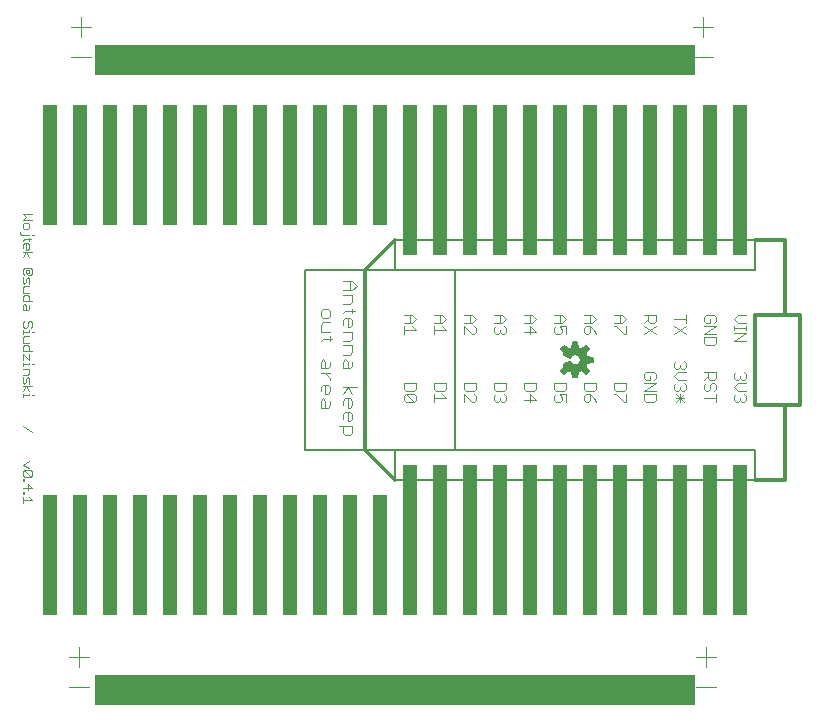
<source format=gto>
G75*
%MOIN*%
%OFA0B0*%
%FSLAX25Y25*%
%IPPOS*%
%LPD*%
%AMOC8*
5,1,8,0,0,1.08239X$1,22.5*
%
%ADD10R,2.00000X0.10000*%
%ADD11C,0.00000*%
%ADD12R,0.05000X0.40000*%
%ADD13R,0.05000X0.50000*%
%ADD14C,0.00400*%
%ADD15C,0.00500*%
%ADD16C,0.01200*%
%ADD17C,0.00800*%
%ADD18C,0.00591*%
D10*
X0126167Y0011000D03*
X0126167Y0221000D03*
D11*
X0024235Y0012004D02*
X0017563Y0012004D01*
X0020899Y0018668D02*
X0020899Y0025340D01*
X0017563Y0022004D02*
X0024235Y0022004D01*
X0005269Y0074261D02*
X0002067Y0074261D01*
X0002067Y0073194D02*
X0002067Y0075329D01*
X0002067Y0076268D02*
X0002067Y0076802D01*
X0002600Y0076802D01*
X0002600Y0076268D01*
X0002067Y0076268D01*
X0002067Y0078147D02*
X0005269Y0078147D01*
X0003668Y0079749D01*
X0003668Y0077614D01*
X0004202Y0075329D02*
X0005269Y0074261D01*
X0002600Y0080688D02*
X0002067Y0080688D01*
X0002067Y0081222D01*
X0002600Y0081222D01*
X0002600Y0080688D01*
X0002600Y0082033D02*
X0002067Y0082567D01*
X0002067Y0083635D01*
X0002600Y0084169D01*
X0004736Y0082033D01*
X0002600Y0082033D01*
X0002600Y0084169D02*
X0004736Y0084169D01*
X0005269Y0083635D01*
X0005269Y0082567D01*
X0004736Y0082033D01*
X0004202Y0084980D02*
X0002067Y0086047D01*
X0004202Y0087115D01*
X0005269Y0096766D02*
X0002067Y0098901D01*
X0002067Y0108637D02*
X0002067Y0109705D01*
X0002067Y0109171D02*
X0004202Y0109171D01*
X0004202Y0109705D01*
X0004202Y0110559D02*
X0003134Y0112160D01*
X0002067Y0110559D01*
X0002067Y0112160D02*
X0005269Y0112160D01*
X0004202Y0112972D02*
X0004202Y0114573D01*
X0003668Y0115107D01*
X0003134Y0114573D01*
X0003134Y0113506D01*
X0002600Y0112972D01*
X0002067Y0113506D01*
X0002067Y0115107D01*
X0002067Y0115918D02*
X0003668Y0115918D01*
X0004202Y0116452D01*
X0004202Y0118053D01*
X0002067Y0118053D01*
X0002067Y0118950D02*
X0002067Y0120018D01*
X0002067Y0119484D02*
X0004202Y0119484D01*
X0004202Y0120018D01*
X0004202Y0120829D02*
X0002067Y0122964D01*
X0002067Y0120829D01*
X0004202Y0120829D02*
X0004202Y0122964D01*
X0004202Y0123776D02*
X0004202Y0125377D01*
X0003668Y0125911D01*
X0002600Y0125911D01*
X0002067Y0125377D01*
X0002067Y0123776D01*
X0005269Y0123776D01*
X0004202Y0126722D02*
X0002067Y0126722D01*
X0002067Y0128324D01*
X0002600Y0128857D01*
X0004202Y0128857D01*
X0004202Y0130288D02*
X0002067Y0130288D01*
X0002067Y0130822D02*
X0002067Y0129754D01*
X0002600Y0131633D02*
X0002067Y0132167D01*
X0002067Y0133234D01*
X0002600Y0133768D01*
X0003668Y0133234D02*
X0003668Y0132167D01*
X0003134Y0131633D01*
X0002600Y0131633D01*
X0004202Y0130822D02*
X0004202Y0130288D01*
X0005269Y0130288D02*
X0005803Y0130288D01*
X0004736Y0131633D02*
X0005269Y0132167D01*
X0005269Y0133234D01*
X0004736Y0133768D01*
X0004202Y0133768D01*
X0003668Y0133234D01*
X0003668Y0137526D02*
X0002067Y0137526D01*
X0002067Y0139127D01*
X0002600Y0139661D01*
X0003134Y0139127D01*
X0003134Y0137526D01*
X0003668Y0137526D02*
X0004202Y0138060D01*
X0004202Y0139127D01*
X0004202Y0140473D02*
X0004202Y0142074D01*
X0003668Y0142608D01*
X0002600Y0142608D01*
X0002067Y0142074D01*
X0002067Y0140473D01*
X0005269Y0140473D01*
X0004202Y0143419D02*
X0002067Y0143419D01*
X0002067Y0145021D01*
X0002600Y0145554D01*
X0004202Y0145554D01*
X0004202Y0146366D02*
X0004202Y0147967D01*
X0003668Y0148501D01*
X0003134Y0147967D01*
X0003134Y0146899D01*
X0002600Y0146366D01*
X0002067Y0146899D01*
X0002067Y0148501D01*
X0002600Y0149312D02*
X0002067Y0149846D01*
X0002067Y0150914D01*
X0002600Y0151447D01*
X0004736Y0151447D01*
X0005269Y0150914D01*
X0005269Y0149846D01*
X0004736Y0149312D01*
X0003668Y0149312D01*
X0003134Y0149846D01*
X0004202Y0149846D01*
X0004202Y0150914D01*
X0003134Y0150914D01*
X0003134Y0149846D01*
X0002067Y0155248D02*
X0003134Y0156849D01*
X0004202Y0155248D01*
X0005269Y0156849D02*
X0002067Y0156849D01*
X0003134Y0157661D02*
X0003134Y0159796D01*
X0002600Y0159796D02*
X0003668Y0159796D01*
X0004202Y0159262D01*
X0004202Y0158194D01*
X0003668Y0157661D01*
X0003134Y0157661D01*
X0002067Y0158194D02*
X0002067Y0159262D01*
X0002600Y0159796D01*
X0002067Y0160693D02*
X0002600Y0161226D01*
X0004736Y0161226D01*
X0004202Y0160693D02*
X0004202Y0161760D01*
X0004202Y0162657D02*
X0001533Y0162657D01*
X0000999Y0163191D01*
X0000999Y0163725D01*
X0002067Y0165070D02*
X0002600Y0164536D01*
X0003668Y0164536D01*
X0004202Y0165070D01*
X0004202Y0166137D01*
X0003668Y0166671D01*
X0002600Y0166671D01*
X0002067Y0166137D01*
X0002067Y0165070D01*
X0002067Y0167482D02*
X0005269Y0167482D01*
X0005269Y0169618D02*
X0002067Y0169618D01*
X0003134Y0168550D01*
X0002067Y0167482D01*
X0005269Y0162657D02*
X0005803Y0162657D01*
X0005803Y0119484D02*
X0005269Y0119484D01*
X0005269Y0109171D02*
X0005803Y0109171D01*
X0018063Y0222004D02*
X0024735Y0222004D01*
X0021399Y0228668D02*
X0021399Y0235340D01*
X0018063Y0232004D02*
X0024735Y0232004D01*
X0129167Y0136000D02*
X0131836Y0136000D01*
X0133170Y0134666D01*
X0131836Y0133331D01*
X0129167Y0133331D01*
X0129167Y0132317D02*
X0129167Y0129648D01*
X0129167Y0130982D02*
X0133170Y0130982D01*
X0131836Y0132317D01*
X0131168Y0133331D02*
X0131168Y0136000D01*
X0139167Y0136000D02*
X0141836Y0136000D01*
X0143170Y0134666D01*
X0141836Y0133331D01*
X0139167Y0133331D01*
X0139167Y0132317D02*
X0139167Y0129648D01*
X0139167Y0130982D02*
X0143170Y0130982D01*
X0141836Y0132317D01*
X0141168Y0133331D02*
X0141168Y0136000D01*
X0149167Y0136000D02*
X0151836Y0136000D01*
X0153170Y0134666D01*
X0151836Y0133331D01*
X0149167Y0133331D01*
X0149167Y0132317D02*
X0151836Y0129648D01*
X0152503Y0129648D01*
X0153170Y0130315D01*
X0153170Y0131650D01*
X0152503Y0132317D01*
X0151168Y0133331D02*
X0151168Y0136000D01*
X0149167Y0132317D02*
X0149167Y0129648D01*
X0159167Y0130315D02*
X0159167Y0131650D01*
X0159834Y0132317D01*
X0159167Y0133331D02*
X0161836Y0133331D01*
X0163170Y0134666D01*
X0161836Y0136000D01*
X0159167Y0136000D01*
X0161168Y0136000D02*
X0161168Y0133331D01*
X0162503Y0132317D02*
X0163170Y0131650D01*
X0163170Y0130315D01*
X0162503Y0129648D01*
X0161836Y0129648D01*
X0161168Y0130315D01*
X0160501Y0129648D01*
X0159834Y0129648D01*
X0159167Y0130315D01*
X0161168Y0130315D02*
X0161168Y0130982D01*
X0169167Y0130315D02*
X0173170Y0130315D01*
X0171168Y0132317D01*
X0171168Y0129648D01*
X0171168Y0133331D02*
X0171168Y0136000D01*
X0171836Y0136000D02*
X0173170Y0134666D01*
X0171836Y0133331D01*
X0169167Y0133331D01*
X0169167Y0136000D02*
X0171836Y0136000D01*
X0179167Y0136000D02*
X0181836Y0136000D01*
X0183170Y0134666D01*
X0181836Y0133331D01*
X0179167Y0133331D01*
X0179834Y0132317D02*
X0179167Y0131650D01*
X0179167Y0130315D01*
X0179834Y0129648D01*
X0181168Y0129648D01*
X0181836Y0130315D01*
X0181836Y0130982D01*
X0181168Y0132317D01*
X0183170Y0132317D01*
X0183170Y0129648D01*
X0181168Y0133331D02*
X0181168Y0136000D01*
X0189167Y0136000D02*
X0191836Y0136000D01*
X0193170Y0134666D01*
X0191836Y0133331D01*
X0189167Y0133331D01*
X0189834Y0132317D02*
X0189167Y0131650D01*
X0189167Y0130315D01*
X0189834Y0129648D01*
X0190501Y0129648D01*
X0191168Y0130315D01*
X0191168Y0132317D01*
X0189834Y0132317D01*
X0191168Y0132317D02*
X0192503Y0130982D01*
X0193170Y0129648D01*
X0191168Y0133331D02*
X0191168Y0136000D01*
X0199167Y0136000D02*
X0201836Y0136000D01*
X0203170Y0134666D01*
X0201836Y0133331D01*
X0199167Y0133331D01*
X0199167Y0132317D02*
X0199834Y0132317D01*
X0202503Y0129648D01*
X0203170Y0129648D01*
X0203170Y0132317D01*
X0201168Y0133331D02*
X0201168Y0136000D01*
X0209167Y0136000D02*
X0213170Y0136000D01*
X0213170Y0133998D01*
X0212503Y0133331D01*
X0211168Y0133331D01*
X0210501Y0133998D01*
X0210501Y0136000D01*
X0210501Y0134666D02*
X0209167Y0133331D01*
X0209167Y0132317D02*
X0213170Y0129648D01*
X0213170Y0132317D02*
X0209167Y0129648D01*
X0219167Y0129648D02*
X0223170Y0132317D01*
X0223170Y0133331D02*
X0223170Y0136000D01*
X0223170Y0134666D02*
X0219167Y0134666D01*
X0219167Y0132317D02*
X0223170Y0129648D01*
X0229167Y0129648D02*
X0233170Y0129648D01*
X0233170Y0128634D02*
X0233170Y0126632D01*
X0232503Y0125965D01*
X0229834Y0125965D01*
X0229167Y0126632D01*
X0229167Y0128634D01*
X0233170Y0128634D01*
X0233170Y0132317D02*
X0229167Y0132317D01*
X0229834Y0133331D02*
X0231168Y0133331D01*
X0231168Y0134666D01*
X0229834Y0136000D02*
X0229167Y0135333D01*
X0229167Y0133998D01*
X0229834Y0133331D01*
X0232503Y0133331D02*
X0233170Y0133998D01*
X0233170Y0135333D01*
X0232503Y0136000D01*
X0229834Y0136000D01*
X0233170Y0132317D02*
X0229167Y0129648D01*
X0239167Y0129861D02*
X0243170Y0129861D01*
X0239167Y0127192D01*
X0243170Y0127192D01*
X0243170Y0130982D02*
X0243170Y0132317D01*
X0243170Y0131650D02*
X0239167Y0131650D01*
X0239167Y0132317D02*
X0239167Y0130982D01*
X0240501Y0133331D02*
X0243170Y0133331D01*
X0240501Y0133331D02*
X0239167Y0134666D01*
X0240501Y0136000D01*
X0243170Y0136000D01*
X0242503Y0117049D02*
X0243170Y0116382D01*
X0243170Y0115048D01*
X0242503Y0114380D01*
X0241836Y0114380D01*
X0241168Y0115048D01*
X0240501Y0114380D01*
X0239834Y0114380D01*
X0239167Y0115048D01*
X0239167Y0116382D01*
X0239834Y0117049D01*
X0241168Y0115715D02*
X0241168Y0115048D01*
X0240501Y0113366D02*
X0239167Y0112032D01*
X0240501Y0110697D01*
X0243170Y0110697D01*
X0242503Y0109683D02*
X0243170Y0109016D01*
X0243170Y0107681D01*
X0242503Y0107014D01*
X0241836Y0107014D01*
X0241168Y0107681D01*
X0240501Y0107014D01*
X0239834Y0107014D01*
X0239167Y0107681D01*
X0239167Y0109016D01*
X0239834Y0109683D01*
X0241168Y0108349D02*
X0241168Y0107681D01*
X0240501Y0113366D02*
X0243170Y0113366D01*
X0233170Y0112699D02*
X0232503Y0113366D01*
X0231836Y0113366D01*
X0231168Y0112699D01*
X0231168Y0111365D01*
X0230501Y0110697D01*
X0229834Y0110697D01*
X0229167Y0111365D01*
X0229167Y0112699D01*
X0229834Y0113366D01*
X0229167Y0114380D02*
X0230501Y0115715D01*
X0230501Y0115048D02*
X0230501Y0117049D01*
X0229167Y0117049D02*
X0233170Y0117049D01*
X0233170Y0115048D01*
X0232503Y0114380D01*
X0231168Y0114380D01*
X0230501Y0115048D01*
X0233170Y0112699D02*
X0233170Y0111365D01*
X0232503Y0110697D01*
X0233170Y0109683D02*
X0233170Y0107014D01*
X0233170Y0108349D02*
X0229167Y0108349D01*
X0222503Y0108349D02*
X0219834Y0108349D01*
X0219834Y0109683D02*
X0222503Y0107014D01*
X0221168Y0107014D02*
X0221168Y0109683D01*
X0220501Y0110697D02*
X0221168Y0111365D01*
X0221168Y0112032D01*
X0221168Y0111365D02*
X0221836Y0110697D01*
X0222503Y0110697D01*
X0223170Y0111365D01*
X0223170Y0112699D01*
X0222503Y0113366D01*
X0223170Y0114380D02*
X0220501Y0114380D01*
X0219167Y0115715D01*
X0220501Y0117049D01*
X0223170Y0117049D01*
X0222503Y0118064D02*
X0221836Y0118064D01*
X0221168Y0118731D01*
X0220501Y0118064D01*
X0219834Y0118064D01*
X0219167Y0118731D01*
X0219167Y0120065D01*
X0219834Y0120733D01*
X0221168Y0119398D02*
X0221168Y0118731D01*
X0222503Y0118064D02*
X0223170Y0118731D01*
X0223170Y0120065D01*
X0222503Y0120733D01*
X0219834Y0113366D02*
X0219167Y0112699D01*
X0219167Y0111365D01*
X0219834Y0110697D01*
X0220501Y0110697D01*
X0222503Y0109683D02*
X0219834Y0107014D01*
X0213170Y0107681D02*
X0213170Y0109683D01*
X0209167Y0109683D01*
X0209167Y0107681D01*
X0209834Y0107014D01*
X0212503Y0107014D01*
X0213170Y0107681D01*
X0213170Y0110697D02*
X0209167Y0110697D01*
X0213170Y0113366D01*
X0209167Y0113366D01*
X0209834Y0114380D02*
X0211168Y0114380D01*
X0211168Y0115715D01*
X0209834Y0117049D02*
X0209167Y0116382D01*
X0209167Y0115048D01*
X0209834Y0114380D01*
X0212503Y0114380D02*
X0213170Y0115048D01*
X0213170Y0116382D01*
X0212503Y0117049D01*
X0209834Y0117049D01*
X0203170Y0113366D02*
X0203170Y0111365D01*
X0202503Y0110697D01*
X0199834Y0110697D01*
X0199167Y0111365D01*
X0199167Y0113366D01*
X0203170Y0113366D01*
X0203170Y0109683D02*
X0203170Y0107014D01*
X0202503Y0107014D01*
X0199834Y0109683D01*
X0199167Y0109683D01*
X0193170Y0111365D02*
X0192503Y0110697D01*
X0189834Y0110697D01*
X0189167Y0111365D01*
X0189167Y0113366D01*
X0193170Y0113366D01*
X0193170Y0111365D01*
X0191168Y0109683D02*
X0191168Y0107681D01*
X0190501Y0107014D01*
X0189834Y0107014D01*
X0189167Y0107681D01*
X0189167Y0109016D01*
X0189834Y0109683D01*
X0191168Y0109683D01*
X0192503Y0108349D01*
X0193170Y0107014D01*
X0183170Y0107014D02*
X0183170Y0109683D01*
X0181168Y0109683D01*
X0181836Y0108349D01*
X0181836Y0107681D01*
X0181168Y0107014D01*
X0179834Y0107014D01*
X0179167Y0107681D01*
X0179167Y0109016D01*
X0179834Y0109683D01*
X0179834Y0110697D02*
X0182503Y0110697D01*
X0183170Y0111365D01*
X0183170Y0113366D01*
X0179167Y0113366D01*
X0179167Y0111365D01*
X0179834Y0110697D01*
X0173170Y0111365D02*
X0172503Y0110697D01*
X0169834Y0110697D01*
X0169167Y0111365D01*
X0169167Y0113366D01*
X0173170Y0113366D01*
X0173170Y0111365D01*
X0171168Y0109683D02*
X0171168Y0107014D01*
X0169167Y0107681D02*
X0173170Y0107681D01*
X0171168Y0109683D01*
X0163170Y0109016D02*
X0163170Y0107681D01*
X0162503Y0107014D01*
X0161836Y0107014D01*
X0161168Y0107681D01*
X0160501Y0107014D01*
X0159834Y0107014D01*
X0159167Y0107681D01*
X0159167Y0109016D01*
X0159834Y0109683D01*
X0159834Y0110697D02*
X0162503Y0110697D01*
X0163170Y0111365D01*
X0163170Y0113366D01*
X0159167Y0113366D01*
X0159167Y0111365D01*
X0159834Y0110697D01*
X0161168Y0108349D02*
X0161168Y0107681D01*
X0162503Y0109683D02*
X0163170Y0109016D01*
X0153170Y0109016D02*
X0153170Y0107681D01*
X0152503Y0107014D01*
X0151836Y0107014D01*
X0149167Y0109683D01*
X0149167Y0107014D01*
X0149834Y0110697D02*
X0152503Y0110697D01*
X0153170Y0111365D01*
X0153170Y0113366D01*
X0149167Y0113366D01*
X0149167Y0111365D01*
X0149834Y0110697D01*
X0152503Y0109683D02*
X0153170Y0109016D01*
X0143170Y0108349D02*
X0139167Y0108349D01*
X0139167Y0109683D02*
X0139167Y0107014D01*
X0139834Y0110697D02*
X0142503Y0110697D01*
X0143170Y0111365D01*
X0143170Y0113366D01*
X0139167Y0113366D01*
X0139167Y0111365D01*
X0139834Y0110697D01*
X0141836Y0109683D02*
X0143170Y0108349D01*
X0133170Y0109016D02*
X0133170Y0107681D01*
X0132503Y0107014D01*
X0129834Y0109683D01*
X0129167Y0109016D01*
X0129167Y0107681D01*
X0129834Y0107014D01*
X0132503Y0107014D01*
X0133170Y0109016D02*
X0132503Y0109683D01*
X0129834Y0109683D01*
X0129834Y0110697D02*
X0132503Y0110697D01*
X0133170Y0111365D01*
X0133170Y0113366D01*
X0129167Y0113366D01*
X0129167Y0111365D01*
X0129834Y0110697D01*
X0226563Y0022004D02*
X0233235Y0022004D01*
X0229899Y0025340D02*
X0229899Y0018668D01*
X0226563Y0012004D02*
X0233235Y0012004D01*
X0232235Y0222004D02*
X0225563Y0222004D01*
X0228899Y0228668D02*
X0228899Y0235340D01*
X0225563Y0232004D02*
X0232235Y0232004D01*
D12*
X0121167Y0186000D03*
X0111167Y0186000D03*
X0101167Y0186000D03*
X0091167Y0186000D03*
X0081167Y0186000D03*
X0071167Y0186000D03*
X0061167Y0186000D03*
X0051167Y0186000D03*
X0041167Y0186000D03*
X0031167Y0186000D03*
X0021167Y0186000D03*
X0011167Y0186000D03*
X0011167Y0056000D03*
X0021167Y0056000D03*
X0031167Y0056000D03*
X0041167Y0056000D03*
X0051167Y0056000D03*
X0061167Y0056000D03*
X0071167Y0056000D03*
X0081167Y0056000D03*
X0091167Y0056000D03*
X0101167Y0056000D03*
X0111167Y0056000D03*
X0121167Y0056000D03*
D13*
X0131167Y0061000D03*
X0141167Y0061000D03*
X0151167Y0061000D03*
X0161167Y0061000D03*
X0161167Y0061000D03*
X0171167Y0061000D03*
X0181167Y0061000D03*
X0191167Y0061000D03*
X0201167Y0061000D03*
X0211167Y0061000D03*
X0221167Y0061000D03*
X0231167Y0061000D03*
X0241167Y0061000D03*
X0241167Y0181000D03*
X0231167Y0181000D03*
X0221167Y0181000D03*
X0211167Y0181000D03*
X0201167Y0181000D03*
X0201167Y0181000D03*
X0191167Y0181000D03*
X0181167Y0181000D03*
X0171167Y0181000D03*
X0161167Y0181000D03*
X0151167Y0181000D03*
X0141167Y0181000D03*
X0141167Y0181000D03*
X0131167Y0181000D03*
D14*
X0111936Y0147273D02*
X0108867Y0147273D01*
X0111169Y0147273D02*
X0111169Y0144203D01*
X0111936Y0144203D02*
X0108867Y0144203D01*
X0108867Y0142669D02*
X0111936Y0142669D01*
X0111936Y0140367D01*
X0111169Y0139599D01*
X0108867Y0139599D01*
X0109634Y0137297D02*
X0108867Y0136530D01*
X0109634Y0137297D02*
X0112703Y0137297D01*
X0111936Y0136530D02*
X0111936Y0138065D01*
X0111169Y0134995D02*
X0109634Y0134995D01*
X0108867Y0134228D01*
X0108867Y0132694D01*
X0110401Y0131926D02*
X0110401Y0134995D01*
X0111169Y0134995D02*
X0111936Y0134228D01*
X0111936Y0132694D01*
X0111169Y0131926D01*
X0110401Y0131926D01*
X0108867Y0130392D02*
X0111936Y0130392D01*
X0111936Y0128090D01*
X0111169Y0127322D01*
X0108867Y0127322D01*
X0108867Y0125788D02*
X0111936Y0125788D01*
X0111936Y0123486D01*
X0111169Y0122718D01*
X0108867Y0122718D01*
X0109634Y0121184D02*
X0110401Y0120416D01*
X0110401Y0118114D01*
X0111169Y0118114D02*
X0108867Y0118114D01*
X0108867Y0120416D01*
X0109634Y0121184D01*
X0111936Y0120416D02*
X0111936Y0118882D01*
X0111169Y0118114D01*
X0110401Y0111976D02*
X0111936Y0109674D01*
X0111169Y0108139D02*
X0109634Y0108139D01*
X0108867Y0107372D01*
X0108867Y0105837D01*
X0110401Y0105070D02*
X0110401Y0108139D01*
X0111169Y0108139D02*
X0111936Y0107372D01*
X0111936Y0105837D01*
X0111169Y0105070D01*
X0110401Y0105070D01*
X0110401Y0103535D02*
X0110401Y0100466D01*
X0111169Y0100466D01*
X0111936Y0101233D01*
X0111936Y0102768D01*
X0111169Y0103535D01*
X0109634Y0103535D01*
X0108867Y0102768D01*
X0108867Y0101233D01*
X0108867Y0098931D02*
X0108867Y0096629D01*
X0109634Y0095862D01*
X0111169Y0095862D01*
X0111936Y0096629D01*
X0111936Y0098931D01*
X0107332Y0098931D01*
X0103669Y0105070D02*
X0101367Y0105070D01*
X0101367Y0107372D01*
X0102134Y0108139D01*
X0102901Y0107372D01*
X0102901Y0105070D01*
X0103669Y0105070D02*
X0104436Y0105837D01*
X0104436Y0107372D01*
X0103669Y0109674D02*
X0102901Y0109674D01*
X0102901Y0112743D01*
X0102134Y0112743D02*
X0103669Y0112743D01*
X0104436Y0111976D01*
X0104436Y0110441D01*
X0103669Y0109674D01*
X0101367Y0110441D02*
X0101367Y0111976D01*
X0102134Y0112743D01*
X0104436Y0114278D02*
X0104436Y0115045D01*
X0102901Y0116580D01*
X0101367Y0116580D02*
X0104436Y0116580D01*
X0103669Y0118114D02*
X0101367Y0118114D01*
X0101367Y0120416D01*
X0102134Y0121184D01*
X0102901Y0120416D01*
X0102901Y0118114D01*
X0103669Y0118114D02*
X0104436Y0118882D01*
X0104436Y0120416D01*
X0104436Y0127322D02*
X0104436Y0128857D01*
X0105203Y0128090D02*
X0102134Y0128090D01*
X0101367Y0127322D01*
X0101367Y0130392D02*
X0104436Y0130392D01*
X0101367Y0130392D02*
X0101367Y0132694D01*
X0102134Y0133461D01*
X0104436Y0133461D01*
X0103669Y0134995D02*
X0104436Y0135763D01*
X0104436Y0137297D01*
X0103669Y0138065D01*
X0102134Y0138065D01*
X0101367Y0137297D01*
X0101367Y0135763D01*
X0102134Y0134995D01*
X0103669Y0134995D01*
X0111936Y0144203D02*
X0113471Y0145738D01*
X0111936Y0147273D01*
X0113471Y0111976D02*
X0108867Y0111976D01*
X0110401Y0111976D02*
X0108867Y0109674D01*
D15*
X0096167Y0091000D02*
X0146167Y0091000D01*
X0146167Y0151000D01*
X0096167Y0151000D01*
X0096167Y0091000D01*
D16*
X0116167Y0091000D02*
X0126167Y0081000D01*
X0116167Y0091000D02*
X0116167Y0151000D01*
X0126167Y0161000D01*
X0246167Y0161000D02*
X0256167Y0161000D01*
X0256167Y0136000D01*
X0246167Y0136000D01*
X0246167Y0106000D01*
X0256167Y0106000D01*
X0256167Y0081000D01*
X0246167Y0081000D01*
X0256167Y0106000D02*
X0261167Y0106000D01*
X0261167Y0136000D01*
X0256167Y0136000D01*
D17*
X0246167Y0151000D02*
X0246167Y0161000D01*
X0126167Y0161000D01*
X0126167Y0151000D01*
X0246167Y0151000D01*
X0246167Y0091000D02*
X0246167Y0081000D01*
X0126167Y0081000D01*
X0126167Y0091000D01*
X0246167Y0091000D01*
D18*
X0192028Y0120280D02*
X0192028Y0121720D01*
X0190123Y0121913D01*
X0189918Y0122554D01*
X0189610Y0123152D01*
X0190820Y0124636D01*
X0189802Y0125654D01*
X0188318Y0124443D01*
X0187720Y0124751D01*
X0187080Y0124956D01*
X0186886Y0126861D01*
X0185447Y0126861D01*
X0185253Y0124956D01*
X0184613Y0124751D01*
X0184015Y0124443D01*
X0182531Y0125654D01*
X0181513Y0124636D01*
X0182723Y0123152D01*
X0182415Y0122554D01*
X0184462Y0121706D01*
X0184673Y0122085D01*
X0184968Y0122403D01*
X0185329Y0122645D01*
X0185736Y0122795D01*
X0186167Y0122846D01*
X0186605Y0122793D01*
X0187019Y0122637D01*
X0187383Y0122388D01*
X0187678Y0122059D01*
X0187886Y0121669D01*
X0187996Y0121241D01*
X0188001Y0120799D01*
X0187900Y0120369D01*
X0187701Y0119975D01*
X0187413Y0119640D01*
X0187054Y0119382D01*
X0186644Y0119218D01*
X0186207Y0119155D01*
X0185767Y0119199D01*
X0185350Y0119345D01*
X0184980Y0119586D01*
X0184678Y0119909D01*
X0184462Y0120294D01*
X0182415Y0119446D01*
X0182723Y0118848D01*
X0181513Y0117364D01*
X0182531Y0116346D01*
X0184015Y0117557D01*
X0184613Y0117249D01*
X0185253Y0117044D01*
X0185447Y0115139D01*
X0186886Y0115139D01*
X0187080Y0117044D01*
X0187720Y0117249D01*
X0188318Y0117557D01*
X0189802Y0116346D01*
X0190820Y0117364D01*
X0189610Y0118848D01*
X0189918Y0119446D01*
X0190123Y0120087D01*
X0192028Y0120280D01*
X0192028Y0120391D02*
X0187905Y0120391D01*
X0187999Y0120980D02*
X0192028Y0120980D01*
X0192028Y0121569D02*
X0187912Y0121569D01*
X0187589Y0122158D02*
X0190045Y0122158D01*
X0189818Y0122747D02*
X0186727Y0122747D01*
X0185606Y0122747D02*
X0182515Y0122747D01*
X0182573Y0123336D02*
X0189760Y0123336D01*
X0190241Y0123925D02*
X0182093Y0123925D01*
X0181612Y0124514D02*
X0183928Y0124514D01*
X0184152Y0124514D02*
X0188181Y0124514D01*
X0188405Y0124514D02*
X0190721Y0124514D01*
X0190353Y0125103D02*
X0189127Y0125103D01*
X0187065Y0125103D02*
X0185268Y0125103D01*
X0185328Y0125692D02*
X0187005Y0125692D01*
X0186945Y0126281D02*
X0185388Y0126281D01*
X0183206Y0125103D02*
X0181980Y0125103D01*
X0183372Y0122158D02*
X0184741Y0122158D01*
X0184779Y0119802D02*
X0183274Y0119802D01*
X0182536Y0119212D02*
X0185728Y0119212D01*
X0186607Y0119212D02*
X0189798Y0119212D01*
X0189793Y0118623D02*
X0182540Y0118623D01*
X0182060Y0118034D02*
X0190274Y0118034D01*
X0190754Y0117445D02*
X0188455Y0117445D01*
X0188102Y0117445D02*
X0184231Y0117445D01*
X0183878Y0117445D02*
X0181579Y0117445D01*
X0182021Y0116856D02*
X0183156Y0116856D01*
X0185272Y0116856D02*
X0187061Y0116856D01*
X0187001Y0116267D02*
X0185332Y0116267D01*
X0185392Y0115678D02*
X0186941Y0115678D01*
X0189177Y0116856D02*
X0190312Y0116856D01*
X0190032Y0119802D02*
X0187552Y0119802D01*
M02*

</source>
